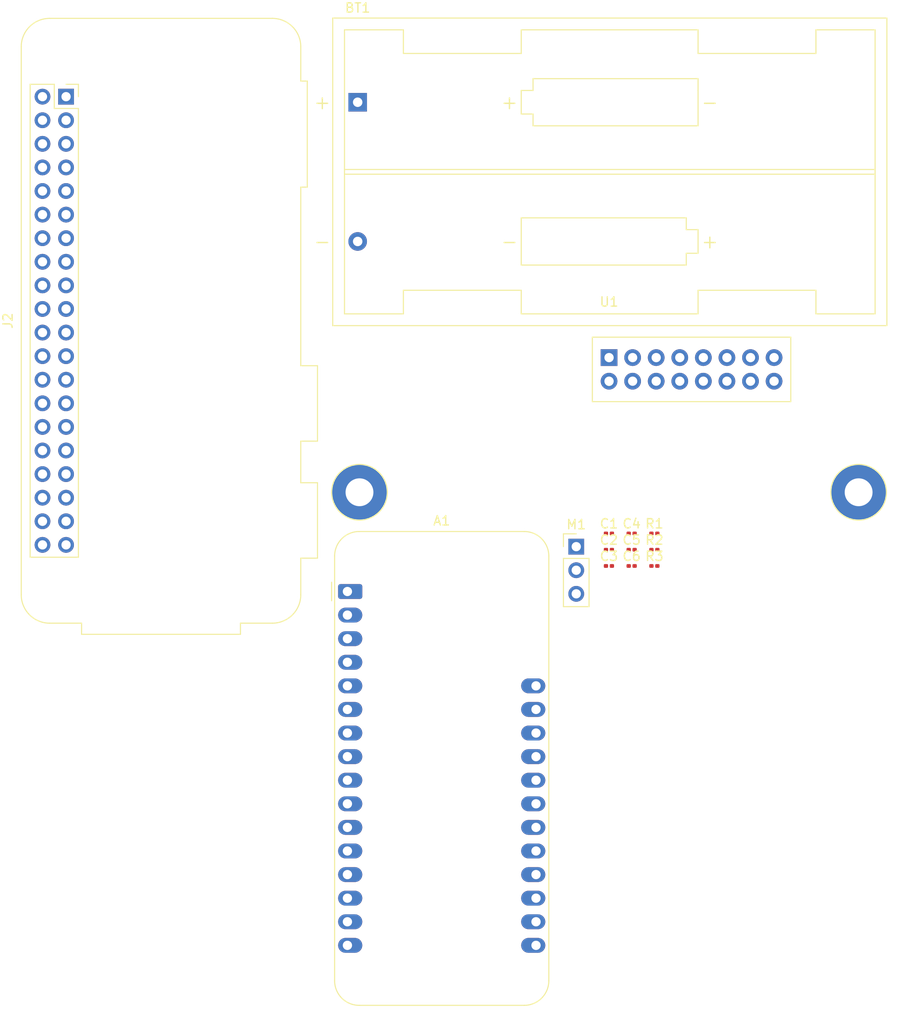
<source format=kicad_pcb>
(kicad_pcb (version 20241229) (generator "pcbnew") (generator_version "9.0")
  (layers (0 "F.Cu" signal) (2 "B.Cu" signal) (13 "F.Paste" user) (15 "B.Paste" user) (5 "F.SilkS" user "F.Silkscreen") (7 "B.SilkS" user "B.Silkscreen") (1 "F.Mask" user) (3 "B.Mask" user) (25 "Edge.Cuts" user))
  (net 0 "")
  (net 5 "AUDIO_DATA")
  (net 6 "CLK")
  (net 10 "DIRECTION")
  (net 11 "+3V3")
  (net 15 "PI_ESP_RX")
  (net 16 "Net-(A1-RX{slash}IO16)")
  (net 17 "PI_ESP_TX")
  (net 18 "Net-(A1-TX{slash}IO17)")
  (net 19 "Net-(A1-A6{slash}IO14)")
  (net 20 "Net-(M1-PWM)")
  (net 23 "GND")
  (footprint "Resistor_SMD:R_0201_0603Metric" (layer "F.Cu") (at 95.255 81.65)
    (property "Reference" "R1" (at 0 -1.05 0) (layer "F.SilkS"))
    (property "Value" "100")
    (pad "1" smd roundrect (at -0.32 0) (size 0.46 0.4) (layers "F.Cu" "F.Mask") (net 15 "PI_ESP_RX"))
    (pad "2" smd roundrect (at 0.32 0) (size 0.46 0.4) (layers "F.Cu" "F.Mask") (net 16 "Net-(A1-RX{slash}IO16)"))
  )
  (footprint "Capacitor_SMD:C_0201_0603Metric" (layer "F.Cu") (at 90.355 81.65)
    (property "Reference" "C1" (at 0 -1.05 0) (layer "F.SilkS"))
    (property "Value" "1uF")
    (pad "1" smd roundrect (at -0.32 0) (size 0.46 0.4) (layers "F.Cu" "F.Mask") (net 11 "+3V3"))
    (pad "2" smd roundrect (at 0.32 0) (size 0.46 0.4) (layers "F.Cu" "F.Mask") (net 23 "GND"))
  )
  (footprint "Capacitor_SMD:C_0201_0603Metric" (layer "F.Cu") (at 90.355 83.4)
    (property "Reference" "C2" (at 0 -1.05 0) (layer "F.SilkS"))
    (property "Value" "0.1uF")
    (pad "1" smd roundrect (at -0.32 0) (size 0.46 0.4) (layers "F.Cu" "F.Mask") (net 11 "+3V3"))
    (pad "2" smd roundrect (at 0.32 0) (size 0.46 0.4) (layers "F.Cu" "F.Mask") (net 23 "GND"))
  )
  (footprint "Capacitor_SMD:C_0201_0603Metric" (layer "F.Cu") (at 92.805 81.65)
    (property "Reference" "C4" (at 0 -1.05 0) (layer "F.SilkS"))
    (property "Value" "100uF")
    (pad "1" smd roundrect (at -0.32 0) (size 0.46 0.4) (layers "F.Cu" "F.Mask") (net 23 "GND"))
    (pad "2" smd roundrect (at 0.32 0) (size 0.46 0.4) (layers "F.Cu" "F.Mask") (net 23 "GND"))
  )
  (footprint "Capacitor_SMD:C_0201_0603Metric" (layer "F.Cu") (at 90.355 85.15)
    (property "Reference" "C3" (at 0 -1.05 0) (layer "F.SilkS"))
    (property "Value" "0.1uF")
    (pad "1" smd roundrect (at -0.32 0) (size 0.46 0.4) (layers "F.Cu" "F.Mask") (net 11 "+3V3"))
    (pad "2" smd roundrect (at 0.32 0) (size 0.46 0.4) (layers "F.Cu" "F.Mask") (net 23 "GND"))
  )
  (footprint "Resistor_SMD:R_0201_0603Metric" (layer "F.Cu") (at 95.255 83.4)
    (property "Reference" "R2" (at 0 -1.05 0) (layer "F.SilkS"))
    (property "Value" "100")
    (pad "1" smd roundrect (at -0.32 0) (size 0.46 0.4) (layers "F.Cu" "F.Mask") (net 17 "PI_ESP_TX"))
    (pad "2" smd roundrect (at 0.32 0) (size 0.46 0.4) (layers "F.Cu" "F.Mask") (net 18 "Net-(A1-TX{slash}IO17)"))
  )
  (footprint "Module:Raspberry_Pi_Zero_Socketed_THT_FaceDown_MountingHoles" (layer "F.Cu") (at 31.865 34.62)
    (property "Reference" "J2" (at -6.27 24.13 90) (layer "F.SilkS"))
    (property "Value" "Raspberry_Pi_4")
    (fp_line (start -4.83 53.63) (end -4.83 -5.37) (stroke (width 0.12)) (layer "F.SilkS"))
    (fp_line (start -3.87 -1.33) (end -3.87 49.59) (stroke (width 0.12)) (layer "F.SilkS"))
    (fp_line (start -3.87 -1.33) (end -1.27 -1.33) (stroke (width 0.12)) (layer "F.SilkS"))
    (fp_line (start -3.87 49.59) (end 1.33 49.59) (stroke (width 0.12)) (layer "F.SilkS"))
    (fp_line (start -1.77 -8.43) (end 22.23 -8.43) (stroke (width 0.12)) (layer "F.SilkS"))
    (fp_line (start -1.27 -1.33) (end -1.27 1.27) (stroke (width 0.12)) (layer "F.SilkS"))
    (fp_line (start -1.27 1.27) (end 1.33 1.27) (stroke (width 0.12)) (layer "F.SilkS"))
    (fp_line (start 0 -1.33) (end 1.33 -1.33) (stroke (width 0.12)) (layer "F.SilkS"))
    (fp_line (start 1.33 -1.33) (end 1.33 0) (stroke (width 0.12)) (layer "F.SilkS"))
    (fp_line (start 1.33 1.27) (end 1.33 49.59) (stroke (width 0.12)) (layer "F.SilkS"))
    (fp_line (start 1.67 56.69) (end -1.77 56.69) (stroke (width 0.12)) (layer "F.SilkS"))
    (fp_line (start 1.67 56.69) (end 1.67 57.89) (stroke (width 0.12)) (layer "F.SilkS"))
    (fp_line (start 1.67 57.89) (end 18.79 57.89) (stroke (width 0.12)) (layer "F.SilkS"))
    (fp_line (start 18.79 56.69) (end 22.23 56.69) (stroke (width 0.12)) (layer "F.SilkS"))
    (fp_line (start 18.79 57.89) (end 18.79 56.69) (stroke (width 0.12)) (layer "F.SilkS"))
    (fp_line (start 25.29 -1.68) (end 25.29 -5.37) (stroke (width 0.12)) (layer "F.SilkS"))
    (fp_line (start 25.29 9.74) (end 25.99 9.74) (stroke (width 0.12)) (layer "F.SilkS"))
    (fp_line (start 25.29 28.97) (end 25.29 9.74) (stroke (width 0.12)) (layer "F.SilkS"))
    (fp_line (start 25.29 37.09) (end 27.09 37.09) (stroke (width 0.12)) (layer "F.SilkS"))
    (fp_line (start 25.29 41.57) (end 25.29 37.09) (stroke (width 0.12)) (layer "F.SilkS"))
    (fp_line (start 25.29 49.69) (end 27.09 49.69) (stroke (width 0.12)) (layer "F.SilkS"))
    (fp_line (start 25.29 53.63) (end 25.29 49.69) (stroke (width 0.12)) (layer "F.SilkS"))
    (fp_line (start 25.99 -1.68) (end 25.29 -1.68) (stroke (width 0.12)) (layer "F.SilkS"))
    (fp_line (start 25.99 9.74) (end 25.99 -1.68) (stroke (width 0.12)) (layer "F.SilkS"))
    (fp_line (start 27.09 28.97) (end 25.29 28.97) (stroke (width 0.12)) (layer "F.SilkS"))
    (fp_line (start 27.09 37.09) (end 27.09 28.97) (stroke (width 0.12)) (layer "F.SilkS"))
    (fp_line (start 27.09 41.57) (end 25.29 41.57) (stroke (width 0.12)) (layer "F.SilkS"))
    (fp_line (start 27.09 49.69) (end 27.09 41.57) (stroke (width 0.12)) (layer "F.SilkS"))
    (fp_arc (start -4.83 -5.37) (mid -3.933747 -7.533747) (end -1.77 -8.43) (stroke (width 0.12)) (layer "F.SilkS"))
    (fp_arc (start -1.77 56.69) (mid -3.933747 55.793747) (end -4.83 53.63) (stroke (width 0.12)) (layer "F.SilkS"))
    (fp_arc (start 22.23 -8.43) (mid 24.393747 -7.533747) (end 25.29 -5.37) (stroke (width 0.12)) (layer "F.SilkS"))
    (fp_arc (start 25.29 53.63) (mid 24.393747 55.793747) (end 22.23 56.69) (stroke (width 0.12)) (layer "F.SilkS"))
    (pad "" np_thru_hole circle (at -1.27 -4.87 90) (size 2.75 2.75) (drill 2.75) (layers "*.Cu" "*.Mask"))
    (pad "" np_thru_hole circle (at -1.27 53.13 90) (size 2.75 2.75) (drill 2.75) (layers "*.Cu" "*.Mask"))
    (pad "" np_thru_hole circle (at 21.73 -4.87 90) (size 2.75 2.75) (drill 2.75) (layers "*.Cu" "*.Mask"))
    (pad "" np_thru_hole circle (at 21.73 53.13 90) (size 2.75 2.75) (drill 2.75) (layers "*.Cu" "*.Mask"))
    (pad "1" thru_hole rect (at 0 0) (size 1.7 1.7) (drill 1) (layers "*.Cu" "*.Mask") (net 11 "+3V3"))
    (pad "2" thru_hole oval (at -2.54 0) (size 1.7 1.7) (drill 1) (layers "*.Cu" "*.Mask"))
    (pad "3" thru_hole oval (at 0 2.54) (size 1.7 1.7) (drill 1) (layers "*.Cu" "*.Mask"))
    (pad "4" thru_hole oval (at -2.54 2.54) (size 1.7 1.7) (drill 1) (layers "*.Cu" "*.Mask"))
    (pad "5" thru_hole oval (at 0 5.08) (size 1.7 1.7) (drill 1) (layers "*.Cu" "*.Mask"))
    (pad "6" thru_hole oval (at -2.54 5.08) (size 1.7 1.7) (drill 1) (layers "*.Cu" "*.Mask") (net 23 "GND"))
    (pad "7" thru_hole oval (at 0 7.62) (size 1.7 1.7) (drill 1) (layers "*.Cu" "*.Mask"))
    (pad "8" thru_hole oval (at -2.54 7.62) (size 1.7 1.7) (drill 1) (layers "*.Cu" "*.Mask") (net 15 "PI_ESP_RX"))
    (pad "9" thru_hole oval (at 0 10.16) (size 1.7 1.7) (drill 1) (layers "*.Cu" "*.Mask") (net 23 "GND"))
    (pad "10" thru_hole oval (at -2.54 10.16) (size 1.7 1.7) (drill 1) (layers "*.Cu" "*.Mask") (net 17 "PI_ESP_TX"))
    (pad "11" thru_hole oval (at 0 12.7) (size 1.7 1.7) (drill 1) (layers "*.Cu" "*.Mask"))
    (pad "12" thru_hole oval (at -2.54 12.7) (size 1.7 1.7) (drill 1) (layers "*.Cu" "*.Mask") (net 6 "CLK"))
    (pad "13" thru_hole oval (at 0 15.24) (size 1.7 1.7) (drill 1) (layers "*.Cu" "*.Mask"))
    (pad "14" thru_hole oval (at -2.54 15.24) (size 1.7 1.7) (drill 1) (layers "*.Cu" "*.Mask") (net 23 "GND"))
    (pad "15" thru_hole oval (at 0 17.78) (size 1.7 1.7) (drill 1) (layers "*.Cu" "*.Mask"))
    (pad "16" thru_hole oval (at -2.54 17.78) (size 1.7 1.7) (drill 1) (layers "*.Cu" "*.Mask"))
    (pad "17" thru_hole oval (at 0 20.32) (size 1.7 1.7) (drill 1) (layers "*.Cu" "*.Mask") (net 11 "+3V3"))
    (pad "18" thru_hole oval (at -2.54 20.32) (size 1.7 1.7) (drill 1) (layers "*.Cu" "*.Mask"))
    (pad "19" thru_hole oval (at 0 22.86) (size 1.7 1.7) (drill 1) (layers "*.Cu" "*.Mask"))
    (pad "20" thru_hole oval (at -2.54 22.86) (size 1.7 1.7) (drill 1) (layers "*.Cu" "*.Mask") (net 23 "GND"))
    (pad "21" thru_hole oval (at 0 25.4) (size 1.7 1.7) (drill 1) (layers "*.Cu" "*.Mask"))
    (pad "22" thru_hole oval (at -2.54 25.4) (size 1.7 1.7) (drill 1) (layers "*.Cu" "*.Mask"))
    (pad "23" thru_hole oval (at 0 27.94) (size 1.7 1.7) (drill 1) (layers "*.Cu" "*.Mask"))
    (pad "24" thru_hole oval (at -2.54 27.94) (size 1.7 1.7) (drill 1) (layers "*.Cu" "*.Mask"))
    (pad "25" thru_hole oval (at 0 30.48) (size 1.7 1.7) (drill 1) (layers "*.Cu" "*.Mask") (net 23 "GND"))
    (pad "26" thru_hole oval (at -2.54 30.48) (size 1.7 1.7) (drill 1) (layers "*.Cu" "*.Mask"))
    (pad "27" thru_hole oval (at 0 33.02) (size 1.7 1.7) (drill 1) (layers "*.Cu" "*.Mask"))
    (pad "28" thru_hole oval (at -2.54 33.02) (size 1.7 1.7) (drill 1) (layers "*.Cu" "*.Mask"))
    (pad "29" thru_hole oval (at 0 35.56) (size 1.7 1.7) (drill 1) (layers "*.Cu" "*.Mask"))
    (pad "30" thru_hole oval (at -2.54 35.56) (size 1.7 1.7) (drill 1) (layers "*.Cu" "*.Mask") (net 23 "GND"))
    (pad "31" thru_hole oval (at 0 38.1) (size 1.7 1.7) (drill 1) (layers "*.Cu" "*.Mask"))
    (pad "32" thru_hole oval (at -2.54 38.1) (size 1.7 1.7) (drill 1) (layers "*.Cu" "*.Mask"))
    (pad "33" thru_hole oval (at 0 40.64) (size 1.7 1.7) (drill 1) (layers "*.Cu" "*.Mask"))
    (pad "34" thru_hole oval (at -2.54 40.64) (size 1.7 1.7) (drill 1) (layers "*.Cu" "*.Mask") (net 23 "GND"))
    (pad "35" thru_hole oval (at 0 43.18) (size 1.7 1.7) (drill 1) (layers "*.Cu" "*.Mask") (net 10 "DIRECTION"))
    (pad "36" thru_hole oval (at -2.54 43.18) (size 1.7 1.7) (drill 1) (layers "*.Cu" "*.Mask"))
    (pad "37" thru_hole oval (at 0 45.72) (size 1.7 1.7) (drill 1) (layers "*.Cu" "*.Mask"))
    (pad "38" thru_hole oval (at -2.54 45.72) (size 1.7 1.7) (drill 1) (layers "*.Cu" "*.Mask") (net 5 "AUDIO_DATA"))
    (pad "39" thru_hole oval (at 0 48.26) (size 1.7 1.7) (drill 1) (layers "*.Cu" "*.Mask") (net 23 "GND"))
    (pad "40" thru_hole oval (at -2.54 48.26) (size 1.7 1.7) (drill 1) (layers "*.Cu" "*.Mask"))
  )
  (footprint "XVF_3800_Dock:XVF3800_Dock_2x8_Slot_M3" (layer "F.Cu") (at 90.37 62.715)
    (property "Reference" "U1" (at 0 -6 0) (layer "F.SilkS"))
    (property "Value" "XVF3800 (XM-014888-PC)")
    (fp_line (start -1.8 -2.2) (end 19.58 -2.2) (stroke (width 0.12)) (layer "F.SilkS"))
    (fp_line (start -1.8 4.74) (end -1.8 -2.2) (stroke (width 0.12)) (layer "F.SilkS"))
    (fp_line (start 19.58 -2.2) (end 19.58 4.74) (stroke (width 0.12)) (layer "F.SilkS"))
    (fp_line (start 19.58 4.74) (end -1.8 4.74) (stroke (width 0.12)) (layer "F.SilkS"))
    (fp_circle (center -26.89 14.5) (end -23.89 14.5) (stroke (width 0.12)) (fill no) (layer "F.SilkS"))
    (fp_circle (center 0 2.6) (end 0.4 2.6) (stroke (width 0.12)) (fill no) (layer "F.SilkS"))
    (fp_circle (center 26.89 14.5) (end 29.89 14.5) (stroke (width 0.12)) (fill no) (layer "F.SilkS"))
    (pad "1" thru_hole rect (at 0 0) (size 1.8 1.8) (drill 1) (layers "*.Cu" "*.Mask"))
    (pad "2" thru_hole oval (at 0 2.54) (size 1.8 1.8) (drill 1) (layers "*.Cu" "*.Mask"))
    (pad "3" thru_hole oval (at 2.54 0) (size 1.8 1.8) (drill 1) (layers "*.Cu" "*.Mask"))
    (pad "4" thru_hole oval (at 2.54 2.54) (size 1.8 1.8) (drill 1) (layers "*.Cu" "*.Mask"))
    (pad "5" thru_hole oval (at 5.08 0) (size 1.8 1.8) (drill 1) (layers "*.Cu" "*.Mask"))
    (pad "6" thru_hole oval (at 5.08 2.54) (size 1.8 1.8) (drill 1) (layers "*.Cu" "*.Mask"))
    (pad "7" thru_hole oval (at 7.62 0) (size 1.8 1.8) (drill 1) (layers "*.Cu" "*.Mask"))
    (pad "8" thru_hole oval (at 7.62 2.54) (size 1.8 1.8) (drill 1) (layers "*.Cu" "*.Mask") (net 11 "+3V3"))
    (pad "9" thru_hole oval (at 10.16 0) (size 1.8 1.8) (drill 1) (layers "*.Cu" "*.Mask") (net 5 "AUDIO_DATA"))
    (pad "10" thru_hole oval (at 10.16 2.54) (size 1.8 1.8) (drill 1) (layers "*.Cu" "*.Mask") (net 10 "DIRECTION"))
    (pad "11" thru_hole oval (at 12.7 0) (size 1.8 1.8) (drill 1) (layers "*.Cu" "*.Mask"))
    (pad "12" thru_hole oval (at 12.7 2.54) (size 1.8 1.8) (drill 1) (layers "*.Cu" "*.Mask"))
    (pad "13" thru_hole oval (at 15.24 0) (size 1.8 1.8) (drill 1) (layers "*.Cu" "*.Mask") (net 6 "CLK"))
    (pad "14" thru_hole oval (at 15.24 2.54) (size 1.8 1.8) (drill 1) (layers "*.Cu" "*.Mask"))
    (pad "15" thru_hole oval (at 17.78 0) (size 1.8 1.8) (drill 1) (layers "*.Cu" "*.Mask"))
    (pad "16" thru_hole oval (at 17.78 2.54) (size 1.8 1.8) (drill 1) (layers "*.Cu" "*.Mask"))
    (pad "MH" thru_hole circle (at -26.89 14.5) (size 6 6) (drill 3) (layers "*.Cu" "*.Mask"))
    (pad "MH" thru_hole circle (at 26.89 14.5) (size 6 6) (drill 3) (layers "*.Cu" "*.Mask"))
  )
  (footprint "Battery:BatteryHolder_Keystone_2462_2xAA" (layer "F.Cu") (at 63.285 35.22)
    (property "Reference" "BT1" (at 0 -10.16 180) (layer "F.SilkS"))
    (property "Value" "Battery")
    (fp_line (start -2.69 -9.065) (end -2.69 24.055) (stroke (width 0.12)) (layer "F.SilkS"))
    (fp_line (start -2.69 24.055) (end 57.02 24.055) (stroke (width 0.12)) (layer "F.SilkS"))
    (fp_line (start -1.42 -7.795) (end -1.42 22.785) (stroke (width 0.12)) (layer "F.SilkS"))
    (fp_line (start -1.42 7.241) (end 55.75 7.241) (stroke (width 0.12)) (layer "F.SilkS"))
    (fp_line (start -1.42 22.785) (end 4.925 22.785) (stroke (width 0.12)) (layer "F.SilkS"))
    (fp_line (start 4.925 -7.795) (end -1.42 -7.795) (stroke (width 0.12)) (layer "F.SilkS"))
    (fp_line (start 4.925 -5.255) (end 4.925 -7.795) (stroke (width 0.12)) (layer "F.SilkS"))
    (fp_line (start 4.925 -5.255) (end 17.625 -5.255) (stroke (width 0.12)) (layer "F.SilkS"))
    (fp_line (start 4.925 20.245) (end 17.625 20.245) (stroke (width 0.12)) (layer "F.SilkS"))
    (fp_line (start 4.925 22.785) (end 4.925 20.245) (stroke (width 0.12)) (layer "F.SilkS"))
    (fp_line (start 17.625 -7.795) (end 17.625 -5.255) (stroke (width 0.12)) (layer "F.SilkS"))
    (fp_line (start 17.625 -1.27) (end 18.895 -1.27) (stroke (width 0.12)) (layer "F.SilkS"))
    (fp_line (start 17.625 1.27) (end 17.625 -1.27) (stroke (width 0.12)) (layer "F.SilkS"))
    (fp_line (start 17.625 12.45) (end 35.405 12.45) (stroke (width 0.12)) (layer "F.SilkS"))
    (fp_line (start 17.625 17.53) (end 17.625 12.45) (stroke (width 0.12)) (layer "F.SilkS"))
    (fp_line (start 17.625 20.245) (end 17.625 22.785) (stroke (width 0.12)) (layer "F.SilkS"))
    (fp_line (start 17.625 22.785) (end 36.675 22.785) (stroke (width 0.12)) (layer "F.SilkS"))
    (fp_line (start 18.895 -2.54) (end 36.675 -2.54) (stroke (width 0.12)) (layer "F.SilkS"))
    (fp_line (start 18.895 -1.27) (end 18.895 -2.54) (stroke (width 0.12)) (layer "F.SilkS"))
    (fp_line (start 18.895 1.27) (end 17.625 1.27) (stroke (width 0.12)) (layer "F.SilkS"))
    (fp_line (start 18.895 2.54) (end 18.895 1.27) (stroke (width 0.12)) (layer "F.SilkS"))
    (fp_line (start 35.405 12.45) (end 35.405 13.72) (stroke (width 0.12)) (layer "F.SilkS"))
    (fp_line (start 35.405 13.72) (end 36.675 13.72) (stroke (width 0.12)) (layer "F.SilkS"))
    (fp_line (start 35.405 16.26) (end 35.405 17.53) (stroke (width 0.12)) (layer "F.SilkS"))
    (fp_line (start 35.405 17.53) (end 17.625 17.53) (stroke (width 0.12)) (layer "F.SilkS"))
    (fp_line (start 36.675 -7.795) (end 17.625 -7.795) (stroke (width 0.12)) (layer "F.SilkS"))
    (fp_line (start 36.675 -5.255) (end 36.675 -7.795) (stroke (width 0.12)) (layer "F.SilkS"))
    (fp_line (start 36.675 -2.54) (end 36.675 -1.27) (stroke (width 0.12)) (layer "F.SilkS"))
    (fp_line (start 36.675 -1.27) (end 36.675 2.54) (stroke (width 0.12)) (layer "F.SilkS"))
    (fp_line (start 36.675 2.54) (end 18.895 2.54) (stroke (width 0.12)) (layer "F.SilkS"))
    (fp_line (start 36.675 13.72) (end 36.675 16.26) (stroke (width 0.12)) (layer "F.SilkS"))
    (fp_line (start 36.675 16.26) (end 35.405 16.26) (stroke (width 0.12)) (layer "F.SilkS"))
    (fp_line (start 36.675 22.785) (end 36.675 20.245) (stroke (width 0.12)) (layer "F.SilkS"))
    (fp_line (start 49.375 -7.795) (end 49.375 -5.255) (stroke (width 0.12)) (layer "F.SilkS"))
    (fp_line (start 49.375 -5.255) (end 36.675 -5.255) (stroke (width 0.12)) (layer "F.SilkS"))
    (fp_line (start 49.375 20.245) (end 36.675 20.245) (stroke (width 0.12)) (layer "F.SilkS"))
    (fp_line (start 49.375 22.785) (end 49.375 20.245) (stroke (width 0.12)) (layer "F.SilkS"))
    (fp_line (start 55.75 -7.795) (end 49.375 -7.795) (stroke (width 0.12)) (layer "F.SilkS"))
    (fp_line (start 55.75 -7.795) (end 55.75 22.785) (stroke (width 0.12)) (layer "F.SilkS"))
    (fp_line (start 55.75 7.749) (end -1.42 7.749) (stroke (width 0.12)) (layer "F.SilkS"))
    (fp_line (start 55.75 22.785) (end 49.375 22.785) (stroke (width 0.12)) (layer "F.SilkS"))
    (fp_line (start 57.02 -9.065) (end -2.69 -9.065) (stroke (width 0.12)) (layer "F.SilkS"))
    (fp_line (start 57.02 24.055) (end 57.02 -9.065) (stroke (width 0.12)) (layer "F.SilkS"))
    (fp_text user "+" (at -3.81 0 0) (layer "F.SilkS") (effects (font (size 1.5 1.5))))
    (fp_text user "-" (at 16.355 14.99 0) (layer "F.SilkS") (effects (font (size 1.5 1.5))))
    (fp_text user "+" (at 37.945 14.99 0) (layer "F.SilkS") (effects (font (size 1.5 1.5))))
    (fp_text user "+" (at 16.355 0 0) (layer "F.SilkS") (effects (font (size 1.5 1.5))))
    (fp_text user "-" (at -3.81 14.99 0) (layer "F.SilkS") (effects (font (size 1.5 1.5))))
    (fp_text user "-" (at 37.945 0 0) (layer "F.SilkS") (effects (font (size 1.5 1.5))))
    (pad "" np_thru_hole circle (at 27.165 0) (size 3.3 3.3) (drill 3.3) (layers "*.Cu" "*.Mask"))
    (pad "" np_thru_hole circle (at 27.165 14.99) (size 3.3 3.3) (drill 3.3) (layers "*.Cu" "*.Mask"))
    (pad "1" thru_hole rect (at 0 0) (size 2 2) (drill 1.02) (layers "*.Cu" "*.Mask") (net 11 "+3V3"))
    (pad "2" thru_hole circle (at 0 14.99) (size 2 2) (drill 1.02) (layers "*.Cu" "*.Mask") (net 23 "GND"))
  )
  (footprint "Resistor_SMD:R_0201_0603Metric" (layer "F.Cu") (at 95.255 85.15)
    (property "Reference" "R3" (at 0 -1.05 0) (layer "F.SilkS"))
    (property "Value" "100")
    (pad "1" smd roundrect (at -0.32 0) (size 0.46 0.4) (layers "F.Cu" "F.Mask") (net 20 "Net-(M1-PWM)"))
    (pad "2" smd roundrect (at 0.32 0) (size 0.46 0.4) (layers "F.Cu" "F.Mask") (net 19 "Net-(A1-A6{slash}IO14)"))
  )
  (footprint "Capacitor_SMD:C_0201_0603Metric" (layer "F.Cu") (at 92.805 85.15)
    (property "Reference" "C6" (at 0 -1.05 0) (layer "F.SilkS"))
    (property "Value" "0.1uF")
    (pad "1" smd roundrect (at -0.32 0) (size 0.46 0.4) (layers "F.Cu" "F.Mask") (net 11 "+3V3"))
    (pad "2" smd roundrect (at 0.32 0) (size 0.46 0.4) (layers "F.Cu" "F.Mask") (net 23 "GND"))
  )
  (footprint "Capacitor_SMD:C_0201_0603Metric" (layer "F.Cu") (at 92.805 83.4)
    (property "Reference" "C5" (at 0 -1.05 0) (layer "F.SilkS"))
    (property "Value" "1uF")
    (pad "1" smd roundrect (at -0.32 0) (size 0.46 0.4) (layers "F.Cu" "F.Mask") (net 11 "+3V3"))
    (pad "2" smd roundrect (at 0.32 0) (size 0.46 0.4) (layers "F.Cu" "F.Mask") (net 23 "GND"))
  )
  (footprint "Connector_PinHeader_2.54mm:PinHeader_1x03_P2.54mm_Vertical" (layer "F.Cu") (at 86.835 83.07)
    (property "Reference" "M1" (at 0 -2.38 0) (layer "F.SilkS"))
    (property "Value" "Motor_Servo")
    (fp_line (start -1.38 -1.38) (end 0 -1.38) (stroke (width 0.12)) (layer "F.SilkS"))
    (fp_line (start -1.38 0) (end -1.38 -1.38) (stroke (width 0.12)) (layer "F.SilkS"))
    (fp_line (start -1.38 1.27) (end -1.38 6.46) (stroke (width 0.12)) (layer "F.SilkS"))
    (fp_line (start -1.38 1.27) (end 1.38 1.27) (stroke (width 0.12)) (layer "F.SilkS"))
    (fp_line (start -1.38 6.46) (end 1.38 6.46) (stroke (width 0.12)) (layer "F.SilkS"))
    (fp_line (start 1.38 1.27) (end 1.38 6.46) (stroke (width 0.12)) (layer "F.SilkS"))
    (pad "1" thru_hole rect (at 0 0) (size 1.7 1.7) (drill 1) (layers "*.Cu" "*.Mask") (net 20 "Net-(M1-PWM)"))
    (pad "2" thru_hole circle (at 0 2.54) (size 1.7 1.7) (drill 1) (layers "*.Cu" "*.Mask") (net 11 "+3V3"))
    (pad "3" thru_hole circle (at 0 5.08) (size 1.7 1.7) (drill 1) (layers "*.Cu" "*.Mask") (net 23 "GND"))
  )
  (footprint "Module:Adafruit_Feather" (layer "F.Cu") (at 62.18 87.9)
    (property "Reference" "A1" (at 10.16 -7.62 0) (layer "F.SilkS"))
    (property "Value" "Adafruit_Feather_HUZZAH32_ESP32")
    (fp_line (start -1.7 1) (end -1.7 -1) (stroke (width 0.12)) (layer "F.SilkS"))
    (fp_line (start -1.38 -3.81) (end -1.38 41.91) (stroke (width 0.12)) (layer "F.SilkS"))
    (fp_line (start 19.05 -6.46) (end 1.27 -6.46) (stroke (width 0.12)) (layer "F.SilkS"))
    (fp_line (start 19.05 44.56) (end 1.27 44.56) (stroke (width 0.12)) (layer "F.SilkS"))
    (fp_line (start 21.7 -3.81) (end 21.7 41.91) (stroke (width 0.12)) (layer "F.SilkS"))
    (fp_arc (start -1.38 -3.81) (mid -0.603833 -5.683833) (end 1.27 -6.46) (stroke (width 0.12)) (layer "F.SilkS"))
    (fp_arc (start 1.27 44.56) (mid -0.603833 43.783833) (end -1.38 41.91) (stroke (width 0.12)) (layer "F.SilkS"))
    (fp_arc (start 19.05 -6.46) (mid 20.923833 -5.683833) (end 21.7 -3.81) (stroke (width 0.12)) (layer "F.SilkS"))
    (fp_arc (start 21.7 41.91) (mid 20.923833 43.783833) (end 19.05 44.56) (stroke (width 0.12)) (layer "F.SilkS"))
    (pad "1" thru_hole roundrect (at 0 0) (size 2.6 1.6) (drill 1 (offset 0.3 0)) (layers "*.Cu" "*.Mask") (roundrect_rratio 0.15625))
    (pad "2" thru_hole oval (at 0 2.54) (size 2.6 1.6) (drill 1 (offset 0.3 0)) (layers "*.Cu" "*.Mask") (net 11 "+3V3"))
    (pad "3" thru_hole oval (at 0 5.08) (size 2.6 1.6) (drill 1 (offset 0.3 0)) (layers "*.Cu" "*.Mask"))
    (pad "4" thru_hole oval (at 0 7.62) (size 2.6 1.6) (drill 1 (offset 0.3 0)) (layers "*.Cu" "*.Mask") (net 23 "GND"))
    (pad "5" thru_hole oval (at 0 10.16) (size 2.6 1.6) (drill 1 (offset 0.3 0)) (layers "*.Cu" "*.Mask"))
    (pad "6" thru_hole oval (at 0 12.7) (size 2.6 1.6) (drill 1 (offset 0.3 0)) (layers "*.Cu" "*.Mask"))
    (pad "7" thru_hole oval (at 0 15.24) (size 2.6 1.6) (drill 1 (offset 0.3 0)) (layers "*.Cu" "*.Mask"))
    (pad "8" thru_hole oval (at 0 17.78) (size 2.6 1.6) (drill 1 (offset 0.3 0)) (layers "*.Cu" "*.Mask"))
    (pad "9" thru_hole oval (at 0 20.32) (size 2.6 1.6) (drill 1 (offset 0.3 0)) (layers "*.Cu" "*.Mask"))
    (pad "10" thru_hole oval (at 0 22.86) (size 2.6 1.6) (drill 1 (offset 0.3 0)) (layers "*.Cu" "*.Mask"))
    (pad "11" thru_hole oval (at 0 25.4) (size 2.6 1.6) (drill 1 (offset 0.3 0)) (layers "*.Cu" "*.Mask"))
    (pad "12" thru_hole oval (at 0 27.94) (size 2.6 1.6) (drill 1 (offset 0.3 0)) (layers "*.Cu" "*.Mask"))
    (pad "13" thru_hole oval (at 0 30.48) (size 2.6 1.6) (drill 1 (offset 0.3 0)) (layers "*.Cu" "*.Mask"))
    (pad "14" thru_hole oval (at 0 33.02) (size 2.6 1.6) (drill 1 (offset 0.3 0)) (layers "*.Cu" "*.Mask") (net 16 "Net-(A1-RX{slash}IO16)"))
    (pad "15" thru_hole oval (at 0 35.56) (size 2.6 1.6) (drill 1 (offset 0.3 0)) (layers "*.Cu" "*.Mask") (net 18 "Net-(A1-TX{slash}IO17)"))
    (pad "16" thru_hole oval (at 0 38.1) (size 2.6 1.6) (drill 1 (offset 0.3 0)) (layers "*.Cu" "*.Mask"))
    (pad "17" thru_hole oval (at 20.32 38.1 180) (size 2.6 1.6) (drill 1 (offset 0.3 0)) (layers "*.Cu" "*.Mask"))
    (pad "18" thru_hole oval (at 20.32 35.56 180) (size 2.6 1.6) (drill 1 (offset 0.3 0)) (layers "*.Cu" "*.Mask"))
    (pad "19" thru_hole oval (at 20.32 33.02 180) (size 2.6 1.6) (drill 1 (offset 0.3 0)) (layers "*.Cu" "*.Mask") (net 19 "Net-(A1-A6{slash}IO14)"))
    (pad "20" thru_hole oval (at 20.32 30.48 180) (size 2.6 1.6) (drill 1 (offset 0.3 0)) (layers "*.Cu" "*.Mask"))
    (pad "21" thru_hole oval (at 20.32 27.94 180) (size 2.6 1.6) (drill 1 (offset 0.3 0)) (layers "*.Cu" "*.Mask"))
    (pad "22" thru_hole oval (at 20.32 25.4 180) (size 2.6 1.6) (drill 1 (offset 0.3 0)) (layers "*.Cu" "*.Mask"))
    (pad "23" thru_hole oval (at 20.32 22.86 180) (size 2.6 1.6) (drill 1 (offset 0.3 0)) (layers "*.Cu" "*.Mask"))
    (pad "24" thru_hole oval (at 20.32 20.32 180) (size 2.6 1.6) (drill 1 (offset 0.3 0)) (layers "*.Cu" "*.Mask"))
    (pad "25" thru_hole oval (at 20.32 17.78 180) (size 2.6 1.6) (drill 1 (offset 0.3 0)) (layers "*.Cu" "*.Mask"))
    (pad "26" thru_hole oval (at 20.32 15.24 180) (size 2.6 1.6) (drill 1 (offset 0.3 0)) (layers "*.Cu" "*.Mask"))
    (pad "27" thru_hole oval (at 20.32 12.7 180) (size 2.6 1.6) (drill 1 (offset 0.3 0)) (layers "*.Cu" "*.Mask"))
    (pad "28" thru_hole oval (at 20.32 10.16 180) (size 2.6 1.6) (drill 1 (offset 0.3 0)) (layers "*.Cu" "*.Mask"))
  )
)
</source>
